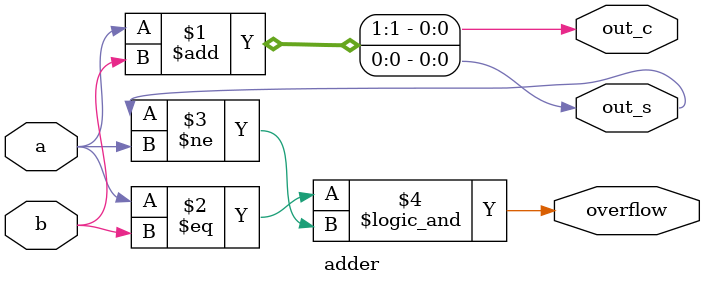
<source format=v>
module adder #(parameter bits_width = 1)(   //default 1, usage: adder #(.bits_width(4)) u_adder(.a....)
    input  [bits_width-1:0] a,
    input  [bits_width-1:0] b,
    output [bits_width-1:0] out_s,
    output                  out_c,
    output                  overflow
);
    assign {out_c, out_s} = a + b;
    assign overflow = (a[bits_width-1] == b[bits_width-1]) && (out_s[bits_width-1] != a[bits_width-1]);
endmodule

</source>
